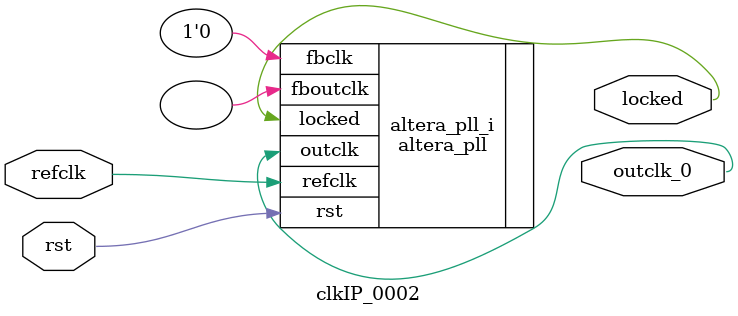
<source format=v>
`timescale 1ns/10ps
module  clkIP_0002(

	// interface 'refclk'
	input wire refclk,

	// interface 'reset'
	input wire rst,

	// interface 'outclk0'
	output wire outclk_0,

	// interface 'locked'
	output wire locked
);

	altera_pll #(
		.fractional_vco_multiplier("false"),
		.reference_clock_frequency("50.0 MHz"),
		.operation_mode("direct"),
		.number_of_clocks(1),
		.output_clock_frequency0("25.175644 MHz"),
		.phase_shift0("0 ps"),
		.duty_cycle0(50),
		.output_clock_frequency1("0 MHz"),
		.phase_shift1("0 ps"),
		.duty_cycle1(50),
		.output_clock_frequency2("0 MHz"),
		.phase_shift2("0 ps"),
		.duty_cycle2(50),
		.output_clock_frequency3("0 MHz"),
		.phase_shift3("0 ps"),
		.duty_cycle3(50),
		.output_clock_frequency4("0 MHz"),
		.phase_shift4("0 ps"),
		.duty_cycle4(50),
		.output_clock_frequency5("0 MHz"),
		.phase_shift5("0 ps"),
		.duty_cycle5(50),
		.output_clock_frequency6("0 MHz"),
		.phase_shift6("0 ps"),
		.duty_cycle6(50),
		.output_clock_frequency7("0 MHz"),
		.phase_shift7("0 ps"),
		.duty_cycle7(50),
		.output_clock_frequency8("0 MHz"),
		.phase_shift8("0 ps"),
		.duty_cycle8(50),
		.output_clock_frequency9("0 MHz"),
		.phase_shift9("0 ps"),
		.duty_cycle9(50),
		.output_clock_frequency10("0 MHz"),
		.phase_shift10("0 ps"),
		.duty_cycle10(50),
		.output_clock_frequency11("0 MHz"),
		.phase_shift11("0 ps"),
		.duty_cycle11(50),
		.output_clock_frequency12("0 MHz"),
		.phase_shift12("0 ps"),
		.duty_cycle12(50),
		.output_clock_frequency13("0 MHz"),
		.phase_shift13("0 ps"),
		.duty_cycle13(50),
		.output_clock_frequency14("0 MHz"),
		.phase_shift14("0 ps"),
		.duty_cycle14(50),
		.output_clock_frequency15("0 MHz"),
		.phase_shift15("0 ps"),
		.duty_cycle15(50),
		.output_clock_frequency16("0 MHz"),
		.phase_shift16("0 ps"),
		.duty_cycle16(50),
		.output_clock_frequency17("0 MHz"),
		.phase_shift17("0 ps"),
		.duty_cycle17(50),
		.pll_type("General"),
		.pll_subtype("General")
	) altera_pll_i (
		.rst	(rst),
		.outclk	({outclk_0}),
		.locked	(locked),
		.fboutclk	( ),
		.fbclk	(1'b0),
		.refclk	(refclk)
	);
endmodule


</source>
